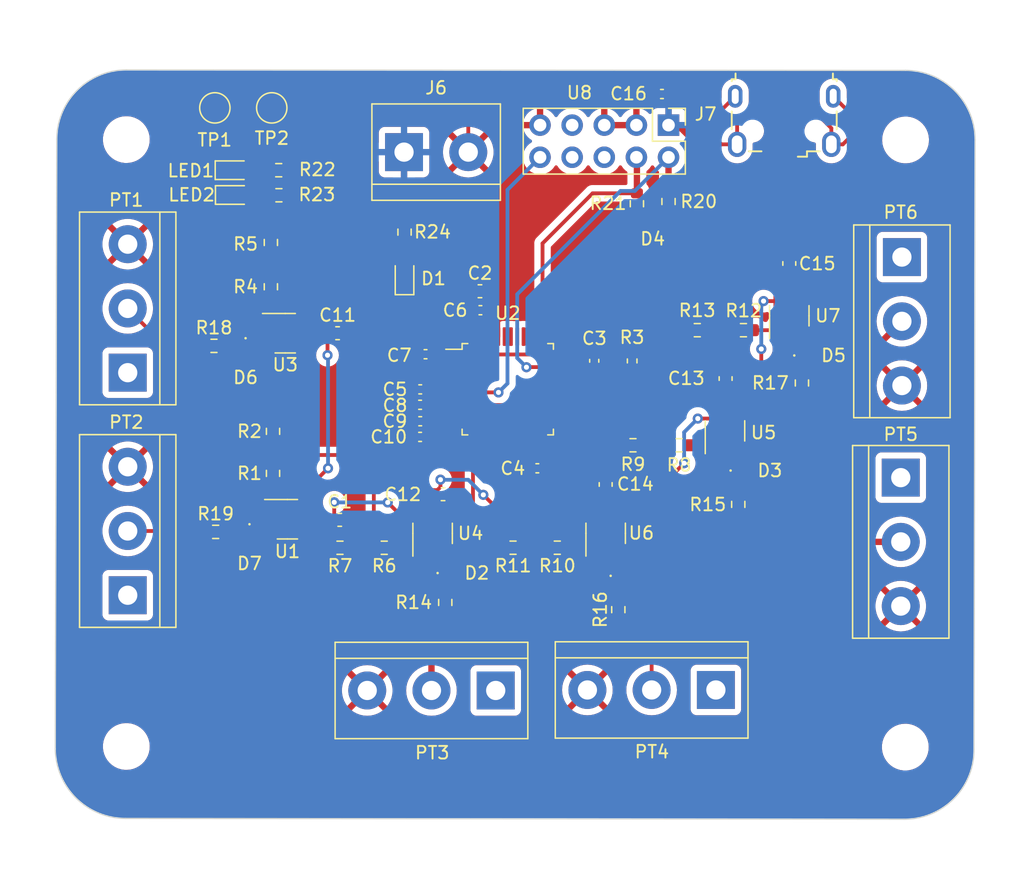
<source format=kicad_pcb>
(kicad_pcb (version 20221018) (generator pcbnew)
  (layers (0 "F.Cu" signal) (1 "In1.Cu" power "GND") (2 "In2.Cu" power "PWR") (31 "B.Cu" signal) (34 "B.Paste" user) (35 "F.Paste" user) (36 "B.SilkS" user "B.Silkscreen") (37 "F.SilkS" user "F.Silkscreen") (38 "B.Mask" user) (39 "F.Mask" user) (44 "Edge.Cuts" user))
  (net 0 "")
  (net 1 "+3.3V")
  (net 2 "Net-(D1-A)")
  (net 3 "+5V")
  (net 4 "GND")
  (net 5 "nRST")
  (net 6 "Net-(D2-K)")
  (net 7 "Net-(D3-K)")
  (net 8 "Net-(D4-K)")
  (net 9 "Net-(D5-K)")
  (net 10 "Net-(D6-K)")
  (net 11 "Net-(D7-K)")
  (net 12 "+24V")
  (net 13 "Net-(LED1-A)")
  (net 14 "Pull_Up")
  (net 15 "Net-(LED2-A)")
  (net 16 "Net-(U1--)")
  (net 17 "PT1")
  (net 18 "Net-(U3--)")
  (net 19 "PT0")
  (net 20 "Net-(U4--)")
  (net 21 "PT2")
  (net 22 "Net-(U5--)")
  (net 23 "PT4")
  (net 24 "Net-(U6--)")
  (net 25 "PT3")
  (net 26 "Net-(U7--)")
  (net 27 "PT5")
  (net 28 "SWDIO")
  (net 29 "SWCLK")
  (net 60 "Net-(PT1-Pin_2)")
  (net 61 "Net-(PT2-Pin_2)")
  (net 62 "Net-(PT3-Pin_2)")
  (net 63 "Net-(PT4-Pin_2)")
  (net 65 "Net-(J7-D-)")
  (net 67 "unconnected-(J7-Shield-Pad6)")
  (net 68 "Net-(PT5-Pin_2)")
  (net 69 "Net-(PT6-Pin_2)")
  (footprint "Package_QFP:LQFP-48_7x7mm_P0.5mm" (layer "F.Cu") (at 116.1625 83.75)
    (fp_text reference "U2")
    (fp_text value "~")
  )
  (footprint "Diode_SMD:D_0402_1005Metric" (layer "F.Cu") (at 95.7375 95.515 -90)
    (fp_text reference "D7")
    (fp_text value "5.0V")
  )
  (footprint "Resistor_SMD:R_0603_1608Metric" (layer "F.Cu") (at 92.93 80.32)
    (fp_text reference "R18")
    (fp_text value "1K")
  )
  (footprint "TerminalBlock:TerminalBlock_bornier-3_P5.08mm" (layer "F.Cu") (at 115.21 107.57 180)
    (fp_text reference "PT3")
    (fp_text value "Pressure Transducer 0")
  )
  (footprint "Capacitor_SMD:C_0603_1608Metric" (layer "F.Cu") (at 133.39 82.905 90)
    (fp_text reference "C13")
    (fp_text value "100nF")
  )
  (footprint "Package_TO_SOT_SMD:SOT-23-6" (layer "F.Cu") (at 138.425 77.9425 90)
    (fp_text reference "U7")
    (fp_text value "OPA357")
  )
  (footprint "Resistor_SMD:R_0603_1608Metric" (layer "F.Cu") (at 111.22 100.61 90)
    (fp_text reference "R14")
    (fp_text value "1K")
  )
  (footprint "Resistor_SMD:R_0603_1608Metric" (layer "F.Cu") (at 102.895 96.285 180)
    (fp_text reference "R7")
    (fp_text value "4.7K")
  )
  (footprint "MountingHole:MountingHole_3.2mm_M3" (layer "F.Cu") (at 86 64.008)
    (fp_text reference "H1")
    (fp_text value "MountingHole")
  )
  (footprint "TerminalBlock:TerminalBlock_bornier-3_P5.08mm" (layer "F.Cu") (at 147.24 90.74 -90)
    (fp_text reference "PT5")
    (fp_text value "Pressure Transducer 0")
  )
  (footprint "TerminalBlock:TerminalBlock_bornier-3_P5.08mm" (layer "F.Cu") (at 132.62 107.53 180)
    (fp_text reference "PT4")
    (fp_text value "Pressure Transducer 0")
  )
  (footprint "Capacitor_SMD:C_0402_1005Metric" (layer "F.Cu") (at 109.24 86.28 180)
    (fp_text reference "C9")
    (fp_text value "100nF")
  )
  (footprint "Capacitor_SMD:C_0402_1005Metric" (layer "F.Cu") (at 109.23 84.98 180)
    (fp_text reference "C8")
    (fp_text value "10nF")
  )
  (footprint "Resistor_SMD:R_0603_1608Metric" (layer "F.Cu") (at 108 71.325 -90)
    (fp_text reference "R24")
    (fp_text value "1k5")
  )
  (footprint "Resistor_SMD:R_0603_1608Metric" (layer "F.Cu") (at 134.8 79.08 180)
    (fp_text reference "R12")
    (fp_text value "4.7K")
  )
  (footprint "LED_SMD:LED_0603_1608Metric" (layer "F.Cu") (at 94.5325 68.39)
    (fp_text reference "LED2")
    (fp_text value "LED")
  )
  (footprint "Package_TO_SOT_SMD:SOT-23-6" (layer "F.Cu") (at 133.34 87.0425 90)
    (fp_text reference "U5")
    (fp_text value "OPA357")
  )
  (footprint "Resistor_SMD:R_0603_1608Metric" (layer "F.Cu") (at 97.6 90.405 90)
    (fp_text reference "R1")
    (fp_text value "4.7K")
  )
  (footprint "Diode_SMD:D_0402_1005Metric" (layer "F.Cu") (at 111.705 98.285)
    (fp_text reference "D2")
    (fp_text value "5.0V")
  )
  (footprint "Package_TO_SOT_SMD:SOT-23-6" (layer "F.Cu") (at 123.905 95.1425 90)
    (fp_text reference "U6")
    (fp_text value "OPA357")
  )
  (footprint "Capacitor_SMD:C_0603_1608Metric" (layer "F.Cu") (at 102.875 94.08)
    (fp_text reference "C1")
    (fp_text value "100nF")
  )
  (footprint "Connector_USB:USB_Micro-B_Wuerth_629105150521" (layer "F.Cu") (at 138.025 62.535 180)
    (fp_text reference "J7")
    (fp_text value "USB_B_Micro")
  )
  (footprint "Resistor_SMD:R_0603_1608Metric" (layer "F.Cu") (at 93.0625 95.03)
    (fp_text reference "R19")
    (fp_text value "1K")
  )
  (footprint "Resistor_SMD:R_0603_1608Metric" (layer "F.Cu") (at 97.6 87.08 90)
    (fp_text reference "R2")
    (fp_text value "4.7K")
  )
  (footprint "TestPoint:TestPoint_Pad_D2.0mm" (layer "F.Cu") (at 97.5 61.5)
    (fp_text reference "TP2")
    (fp_text value "TestPoint")
  )
  (footprint "Resistor_SMD:R_0603_1608Metric" (layer "F.Cu") (at 120.08 96.28 180)
    (fp_text reference "R10")
    (fp_text value "4.7K")
  )
  (footprint "Capacitor_SMD:C_0603_1608Metric" (layer "F.Cu") (at 138.425 73.805 90)
    (fp_text reference "C15")
    (fp_text value "100nF")
  )
  (footprint "Resistor_SMD:R_0603_1608Metric" (layer "F.Cu") (at 126.375 69.08 90)
    (fp_text reference "R21")
    (fp_text value "100k")
  )
  (footprint "Resistor_SMD:R_0603_1608Metric" (layer "F.Cu") (at 97.43 72.145 90)
    (fp_text reference "R5")
    (fp_text value "4.7K")
  )
  (footprint "Resistor_SMD:R_0603_1608Metric" (layer "F.Cu") (at 116.58 96.28 180)
    (fp_text reference "R11")
    (fp_text value "4.7K")
  )
  (footprint "Capacitor_SMD:C_0402_1005Metric" (layer "F.Cu") (at 114 77.5)
    (fp_text reference "C6")
    (fp_text value "100nF")
  )
  (footprint "Diode_SMD:D_0402_1005Metric" (layer "F.Cu") (at 125.39 98.505)
    (fp_text reference "D4")
    (fp_text value "5.0V")
  )
  (footprint "Resistor_SMD:R_0603_1608Metric" (layer "F.Cu") (at 98.05 66.43)
    (fp_text reference "R22")
    (fp_text value "1k5")
  )
  (footprint "TestPoint:TestPoint_Pad_D2.0mm" (layer "F.Cu") (at 93 61.5)
    (fp_text reference "TP1")
    (fp_text value "TestPoint")
  )
  (footprint "LED_SMD:LED_0603_1608Metric" (layer "F.Cu") (at 108 74.7875 90)
    (fp_text reference "D1")
    (fp_text value "LED")
  )
  (footprint "Capacitor_SMD:C_0402_1005Metric" (layer "F.Cu") (at 109.66 80.98 180)
    (fp_text reference "C7")
    (fp_text value "100nF")
  )
  (footprint "Resistor_SMD:R_0402_1005Metric" (layer "F.Cu") (at 126 81.51 -90)
    (fp_text reference "R3")
    (fp_text value "1k5")
  )
  (footprint "Connector_PinHeader_2.54mm:PinHeader_2x05_P2.54mm_Vertical" (layer "F.Cu") (at 128.875 62.865 -90)
    (fp_text reference "U8")
    (fp_text value "~")
  )
  (footprint "Resistor_SMD:R_0603_1608Metric" (layer "F.Cu") (at 134.39 92.855 90)
    (fp_text reference "R15")
    (fp_text value "1K")
  )
  (footprint "Package_TO_SOT_SMD:SOT-23-6" (layer "F.Cu") (at 110.22 95.1475 90)
    (fp_text reference "U4")
    (fp_text value "OPA357")
  )
  (footprint "LED_SMD:LED_0603_1608Metric" (layer "F.Cu") (at 94.5125 66.43)
    (fp_text reference "LED1")
    (fp_text value "LED")
  )
  (footprint "Capacitor_SMD:C_0402_1005Metric" (layer "F.Cu") (at 118.5 90 180)
    (fp_text reference "C4")
    (fp_text value "100nF")
  )
  (footprint "Resistor_SMD:R_0603_1608Metric" (layer "F.Cu") (at 129.715 88.18 180)
    (fp_text reference "R8")
    (fp_text value "4.7K")
  )
  (footprint "Capacitor_SMD:C_0402_1005Metric" (layer "F.Cu") (at 123 81.5 -90)
    (fp_text reference "C3")
    (fp_text value "100nF")
  )
  (footprint "TerminalBlock:TerminalBlock_bornier-3_P5.08mm" (layer "F.Cu") (at 147.33 73.3 -90)
    (fp_text reference "PT6")
    (fp_text value "Pressure Transducer 0")
  )
  (footprint "MountingHole:MountingHole_3.2mm_M3" (layer "F.Cu") (at 147.62 64.036)
    (fp_text reference "H2")
    (fp_text value "MountingHole")
  )
  (footprint "Diode_SMD:D_0402_1005Metric" (layer "F.Cu") (at 139.91 81.08)
    (fp_text reference "D5")
    (fp_text value "5.0V")
  )
  (footprint "Capacitor_SMD:C_0603_1608Metric" (layer "F.Cu") (at 102.705 79.32)
    (fp_text reference "C11")
    (fp_text value "100nF")
  )
  (footprint "Resistor_SMD:R_0603_1608Metric" (layer "F.Cu") (at 106.395 96.285 180)
    (fp_text reference "R6")
    (fp_text value "4.7K")
  )
  (footprint "TerminalBlock:TerminalBlock_bornier-3_P5.08mm" (layer "F.Cu") (at 86.11 82.44 90)
    (fp_text reference "PT1")
    (fp_text value "Pressure Transducer 0")
  )
  (footprint "Resistor_SMD:R_0603_1608Metric" (layer "F.Cu") (at 124.905 101.18 90)
    (fp_text reference "R16")
    (fp_text value "1K")
  )
  (footprint "Resistor_SMD:R_0603_1608Metric" (layer "F.Cu") (at 131.15 79.08 180)
    (fp_text reference "R13")
    (fp_text value "4.7K")
  )
  (footprint "Resistor_SMD:R_0603_1608Metric" (layer "F.Cu") (at 98.065 68.41)
    (fp_text reference "R23")
    (fp_text value "1k5")
  )
  (footprint "Resistor_SMD:R_0603_1608Metric" (layer "F.Cu") (at 128.875 68.905 90)
    (fp_text reference "R20")
    (fp_text value "100k")
  )
  (footprint "Diode_SMD:D_0402_1005Metric" (layer "F.Cu") (at 95.43 80.805 -90)
    (fp_text reference "D6")
    (fp_text value "5V")
  )
  (footprint "Package_TO_SOT_SMD:SOT-23-6" (layer "F.Cu") (at 98.5675 79.32)
    (fp_text reference "U3")
    (fp_text value "OPA357")
  )
  (footprint "Resistor_SMD:R_0603_1608Metric" (layer "F.Cu") (at 139.425 83.255 90)
    (fp_text reference "R17")
    (fp_text value "1K")
  )
  (footprint "Capacitor_SMD:C_0603_1608Metric" (layer "F.Cu") (at 111.045 92.05)
    (fp_text reference "C12")
    (fp_text value "100nF")
  )
  (footprint "Package_TO_SOT_SMD:SOT-23-6" (layer "F.Cu") (at 98.7375 94.03)
    (fp_text reference "U1")
    (fp_text value "OPA357")
  )
  (footprint "Diode_SMD:D_0402_1005Metric" (layer "F.Cu") (at 134.875 90.18)
    (fp_text reference "D3")
    (fp_text value "5.0V")
  )
  (footprint "Capacitor_SMD:C_0603_1608Metric" (layer "F.Cu") (at 123.905 91.28 90)
    (fp_text reference "C14")
    (fp_text value "100nF")
  )
  (footprint "MountingHole:MountingHole_3.2mm_M3" (layer "F.Cu") (at 86 112)
    (fp_text reference "H3")
    (fp_text value "MountingHole")
  )
  (footprint "Capacitor_SMD:C_0402_1005Metric" (layer "F.Cu") (at 109.24 83.76 180)
    (fp_text reference "C5")
    (fp_text value "100nF")
  )
  (footprint "Capacitor_SMD:C_0402_1005Metric" (layer "F.Cu") (at 109.23 87.52 180)
    (fp_text reference "C10")
    (fp_text value "1uF")
  )
  (footprint "TerminalBlock:TerminalBlock_bornier-3_P5.08mm" (layer "F.Cu") (at 86.11 100.04 90)
    (fp_text reference "PT2")
    (fp_text value "Pressure Transducer 0")
  )
  (footprint "Resistor_SMD:R_0603_1608Metric" (layer "F.Cu") (at 97.43 75.645 90)
    (fp_text reference "R4")
    (fp_text value "4.7K")
  )
  (footprint "Capacitor_SMD:C_0603_1608Metric" (layer "F.Cu") (at 113.965 76)
    (fp_text reference "C2")
    (fp_text value "10uF")
  )
  (footprint "Resistor_SMD:R_0603_1608Metric" (layer "F.Cu") (at 126.065 88.18 180)
    (fp_text reference "R9")
    (fp_text value "4.7K")
  )
  (footprint "TerminalBlock:TerminalBlock_bornier-2_P5.08mm" (layer "F.Cu") (at 107.96 65)
    (fp_text reference "J6")
    (fp_text value "Conn_01x02_Pin")
  )
  (footprint "Capacitor_SMD:C_0402_1005Metric" (layer "F.Cu") (at 128.355 60.405)
    (fp_text reference "C16")
    (fp_text value "500nF")
  )
  (footprint "MountingHole:MountingHole_3.2mm_M3" (layer "F.Cu") (at 147.6 112.05)
    (fp_text reference "H4")
    (fp_text value "MountingHole")
  )
  (gr_arc (start 147.62 58.536) (mid 151.509087 60.146913) (end 153.12 64.036) (stroke (width 0.1)) (layer "Edge.Cuts"))
  (gr_line (start 86 58.5) (end 147.62 58.536) (stroke (width 0.1)) (layer "Edge.Cuts"))
  (gr_line (start 85.931087 117.688913) (end 147.500358 117.752778) (stroke (width 0.1)) (layer "Edge.Cuts"))
  (gr_line (start 80.381398 112.189444) (end 80.5 64) (stroke (width 0.1)) (layer "Edge.Cuts"))
  (gr_arc (start 80.5 64) (mid 82.110913 60.110913) (end 86 58.5) (stroke (width 0.1)) (layer "Edge.Cuts"))
  (gr_arc (start 85.931087 117.688913) (mid 82.027156 116.078575) (end 80.381398 112.189444) (stroke (width 0.1)) (layer "Edge.Cuts"))
  (gr_line (start 153.12 64.036) (end 153.034597 112.224913) (stroke (width 0.1)) (layer "Edge.Cuts"))
  (gr_arc (start 153.034597 112.224913) (mid 151.422608 116.145308) (end 147.500358 117.752778) (stroke (width 0.1)) (layer "Edge.Cuts"))
  (segment (start 98.89 69.12) (end 98.89 68.41) (width 0.3) (layer "F.Cu") (net 1))
  (segment (start 113.44 80.69) (end 113.4125 80.6625) (width 0.3) (layer "F.Cu") (net 1))
  (segment (start 98.89 69.12) (end 100.27 70.5) (width 0.3) (layer "F.Cu") (net 1))
  (segment (start 101 65) (end 107.96 65) (width 0.3) (layer "F.Cu") (net 1))
  (segment (start 100.27 70.5) (end 108 70.5) (width 0.3) (layer "F.Cu") (net 1))
  (segment (start 129.625 62.865) (end 131.39 64.63) (width 0.5) (layer "F.Cu") (net 1))
  (segment (start 98.89 68.41) (end 98.89 66.445) (width 0.3) (layer "F.Cu") (net 1))
  (segment (start 111.99 70.5) (end 113.19 71.7) (width 0.3) (layer "F.Cu") (net 1))
  (segment (start 109.71 86.29) (end 109.72 86.28) (width 0.3) (layer "F.Cu") (net 1))
  (segment (start 131.39 64.63) (end 131.39 68.56) (width 0.5) (layer "F.Cu") (net 1))
  (segment (start 109.71 84.98) (end 109.73 85) (width 0.3) (layer "F.Cu") (net 1))
  (segment (start 113.4125 77.6075) (end 113.52 77.5) (width 0.3) (layer "F.Cu") (net 1))
  (segment (start 130.22 69.73) (end 128.875 69.73) (width 0.5) (layer "F.Cu") (net 1))
  (segment (start 118.9125 87.073959) (end 118.9125 87.9125) (width 0.3) (layer "F.Cu") (net 1))
  (segment (start 125.98 81.02) (end 126 81) (width 0.3) (layer "F.Cu") (net 1))
  (segment (start 113.4125 79.5875) (end 113.4125 77.6075) (width 0.3) (layer "F.Cu") (net 1))
  (segment (start 128.875 60.445) (end 128.835 60.405) (width 0.5) (layer "F.Cu") (net 1))
  (segment (start 113.52 76.33) (end 113.19 76) (width 0.3) (layer "F.Cu") (net 1))
  (segment (start 113.19 71.7) (end 113.19 76) (width 0.3) (layer "F.Cu") (net 1))
  (segment (start 113.4125 80.6625) (end 113.4125 79.5875) (width 0.3) (layer "F.Cu") (net 1))
  (segment (start 118.98 90) (end 118.98 87.98) (width 0.3) (layer "F.Cu") (net 1))
  (segment (start 109.72 86.28) (end 109.72 84.99) (width 0.3) (layer "F.Cu") (net 1))
  (segment (start 131.39 68.56) (end 130.22 69.73) (width 0.5) (layer "F.Cu") (net 1))
  (segment (start 107.96 70.46) (end 108 70.5) (width 0.5) (layer "F.Cu") (net 1))
  (segment (start 128.875 62.865) (end 128.875 60.445) (width 0.5) (layer "F.Cu") (net 1))
  (segment (start 118.98 87.98) (end 118.9125 87.9125) (width 0.3) (layer "F.Cu") (net 1))
  (segment (start 123 81.02) (end 125.98 81.02) (width 0.3) (layer "F.Cu") (net 1))
  (segment (start 112 81) (end 113.13 81) (width 0.3) (layer "F.Cu") (net 1))
  (segment (start 109.71 87.52) (end 109.71 86.29) (width 0.3) (layer "F.Cu") (net 1))
  (segment (start 116.838541 85) (end 118.9125 87.073959) (width 0.3) (layer "F.Cu") (net 1))
  (segment (start 107.97 70.47) (end 108 70.5) (width 0.3) (layer "F.Cu") (net 1))
  (segment (start 112 85) (end 116.838541 85) (width 0.3) (layer "F.Cu") (net 1))
  (segment (start 110.14 80.98) (end 111.98 80.98) (width 0.3) (layer "F.Cu") (net 1))
  (segment (start 108 70.5) (end 111.99 70.5) (width 0.3) (layer "F.Cu") (net 1))
  (segment (start 112 81) (end 120.325 81) (width 0.3) (layer "F.Cu") (net 1))
  (segment (start 109.73 85) (end 112 85) (width 0.3) (layer "F.Cu") (net 1))
  (segment (start 113.13 81) (end 113.44 80.69) (width 0.3) (layer "F.Cu") (net 1))
  (segment (start 97.5 61.5) (end 101 65) (width 0.3) (layer "F.Cu") (net 1))
  (segment (start 111.98 80.98) (end 112 81) (width 0.3) (layer "F.Cu") (net 1))
  (segment (start 98.89 66.445) (end 98.875 66.43) (width 0.3) (layer "F.Cu") (net 1))
  (segment (start 113.52 77.5) (end 113.52 76.33) (width 0.3) (layer "F.Cu") (net 1))
  (segment (start 107.96 65) (end 107.96 70.46) (width 0.5) (layer "F.Cu") (net 1))
  (segment (start 120.325 81) (end 122.98 81) (width 0.3) (layer "F.Cu") (net 1))
  (segment (start 128.875 62.865) (end 129.625 62.865) (width 0.5) (layer "F.Cu") (net 1))
  (segment (start 108 72.15) (end 108 74) (width 0.5) (layer "F.Cu") (net 2))
  (segment (start 123.905 92.055) (end 127.655 92.055) (width 0.3) (layer "F.Cu") (net 3))
  (segment (start 127.655 92.055) (end 130.11 89.6) (width 0.3) (layer "F.Cu") (net 3))
  (segment (start 137.45 76.78) (end 137.475 76.805) (width 0.3) (layer "F.Cu") (net 3))
  (segment (start 109.27 94.01) (end 110.22 94.01) (width 0.3) (layer "F.Cu") (net 3))
  (segment (start 101.91 79.34) (end 101.93 79.32) (width 0.3) (layer "F.Cu") (net 3))
  (segment (start 133.39 83.68) (end 133.39 85.855) (width 0.3) (layer "F.Cu") (net 3))
  (segment (start 101.91 81.06) (end 101.91 79.34) (width 0.3) (layer "F.Cu") (net 3))
  (segment (start 99.875 93.08) (end 99.875 92.075) (width 0.3) (layer "F.Cu") (net 3))
  (segment (start 136.01 81.83) (end 136.21 81.63) (width 0.3) (layer "F.Cu") (net 3))
  (segment (start 102.44 92.69) (end 102.44 93.74) (width 0.3) (layer "F.Cu") (net 3))
  (segment (start 99.875 93.08) (end 99.875 94.03) (width 0.3) (layer "F.Cu") (net 3))
  (segment (start 99.875 92.075) (end 101.95 90) (width 0.3) (layer "F.Cu") (net 3))
  (segment (start 110.27 92.05) (end 110.27 93.96) (width 0.3) (layer "F.Cu") (net 3))
  (segment (start 102.05 94.03) (end 102.1 94.08) (width 0.3) (layer "F.Cu") (net 3))
  (segment (start 99.875 94.03) (end 102.05 94.03) (width 0.3) (layer "F.Cu") (net 3))
  (segment (start 138.425 76.805) (end 137.475 76.805) (width 0.3) (layer "F.Cu") (net 3))
  (segment (start 131.19 86.07) (end 132.225 86.07) (width 0.3) (layer "F.Cu") (net 3))
  (segment (start 134.16 83.68) (end 136.01 81.83) (width 0.3) (layer "F.Cu") (net 3))
  (segment (start 123.905 94.005) (end 123.905 92.055) (width 0.3) (layer "F.Cu") (net 3))
  (segment (start 107.98 94.01) (end 106.67 92.7) (width 0.3) (layer "F.Cu") (net 3))
  (segment (start 110.84 91.48) (end 110.27 92.05) (width 0.3) (layer "F.Cu") (net 3))
  (segment (start 102.44 93.74) (end 102.1 94.08) (width 0.3) (layer "F.Cu") (net 3))
  (segment (start 136.39 76.78) (end 137.45 76.78) (width 0.3) (layer "F.Cu") (net 3))
  (segment (start 136.21 81.63) (end 136.21 80.57) (width 0.3) (layer "F.Cu") (net 3))
  (segment (start 133.39 83.68) (end 134.16 83.68) (width 0.3) (layer "F.Cu") (net 3))
  (segment (start 116.135 94.005) (end 114.23 92.1) (width 0.3) (layer "F.Cu") (net 3))
  (segment (start 133.39 85.855) (end 133.34 85.905) (width 0.3) (layer "F.Cu") (net 3))
  (segment (start 132.225 86.07) (end 132.39 85.905) (width 0.3) (layer "F.Cu") (net 3))
  (segment (start 110.84 90.9) (end 110.84 91.48) (width 0.3) (layer "F.Cu") (net 3))
  (segment (start 122.955 94.005) (end 116.135 94.005) (width 0.3) (layer "F.Cu") (net 3))
  (segment (start 133.34 85.905) (end 132.39 85.905) (width 0.3) (layer "F.Cu") (net 3))
  (segment (start 101.93 79.32) (end 99.705 79.32) (width 0.3) (layer "F.Cu") (net 3))
  (segment (start 122.955 94.005) (end 123.905 94.005) (width 0.3) (layer "F.Cu") (net 3))
  (segment (start 99.705 78.37) (end 99.705 79.32) (width 0.3) (layer "F.Cu") (net 3))
  (segment (start 109.27 94.01) (end 107.98 94.01) (width 0.3) (layer "F.Cu") (net 3))
  (segment (start 110.27 93.96) (end 110.22 94.01) (width 0.3) (layer "F.Cu") (net 3))
  (segment (start 138.425 74.58) (end 138.425 76.805) (width 0.3) (layer "F.Cu") (net 3))
  (via (at 131.19 86.07) (size 0.8) (drill 0.4) (layers "F.Cu" "B.Cu") (net 3))
  (via (at 114.23 92.1) (size 0.8) (drill 0.4) (layers "F.Cu" "B.Cu") (net 3))
  (via (at 136.21 80.57) (size 0.8) (drill 0.4) (layers "F.Cu" "B.Cu") (net 3))
  (via (at 130.11 89.6) (size 0.8) (drill 0.4) (layers "F.Cu" "B.Cu") (net 3))
  (via (at 101.91 81.06) (size 0.8) (drill 0.4) (layers "F.Cu" "B.Cu") (net 3))
  (via (at 136.39 76.78) (size 0.8) (drill 0.4) (layers "F.Cu" "B.Cu") (net 3))
  (via (at 106.67 92.7) (size 0.8) (drill 0.4) (layers "F.Cu" "B.Cu") (net 3))
  (via (at 110.84 90.9) (size 0.8) (drill 0.4) (layers "F.Cu" "B.Cu") (net 3))
  (via (at 102.44 92.69) (size 0.8) (drill 0.4) (layers "F.Cu" "B.Cu") (net 3))
  (via (at 101.95 90) (size 0.8) (drill 0.4) (layers "F.Cu" "B.Cu") (net 3))
  (segment (start 102.46 92.7) (end 102.45 92.69) (width 0.3) (layer "B.Cu") (net 3))
  (segment (start 130.11 87.15) (end 131.18 86.08) (width 0.3) (layer "B.Cu") (net 3))
  (segment (start 136.21 80.57) (end 136.21 77.24) (width 0.3) (layer "B.Cu") (net 3))
  (segment (start 102.45 92.69) (end 102.44 92.69) (width 0.3) (layer "B.Cu") (net 3))
  (segment (start 114.23 92.1) (end 113.04 90.91) (width 0.3) (layer "B.Cu") (net 3))
  (segment (start 101.95 90) (end 101.95 81.1) (width 0.3) (layer "B.Cu") (net 3))
  (segment (start 106.67 92.7) (end 102.46 92.7) (width 0.3) (layer "B.Cu") (net 3))
  (segment (start 101.95 81.1) (end 101.91 81.06) (width 0.3) (layer "B.Cu") (net 3))
  (segment (start 113.04 90.91) (end 110.85 90.91) (width 0.3) (layer "B.Cu") (net 3))
  (segment (start 136.21 76.96) (end 136.39 76.78) (width 0.3) (layer "B.Cu") (net 3))
  (segment (start 136.21 77.24) (end 136.21 76.96) (width 0.3) (layer "B.Cu") (net 3))
  (segment (start 110.85 90.91) (end 110.84 90.9) (width 0.3) (layer "B.Cu") (net 3))
  (segment (start 131.18 86.08) (end 131.19 86.07) (width 0.3) (layer "B.Cu") (net 3))
  (segment (start 130.11 89.6) (end 130.11 87.15) (width 0.3) (layer "B.Cu") (net 3))
  (segment (start 113.9125 78.748959) (end 114.48 78.181459) (width 0.3) (layer "F.Cu") (net 4))
  (segment (start 93 61.5) (end 95.04 59.46) (width 0.3) (layer "F.Cu") (net 4))
  (segment (start 118.02 89.143541) (end 118.4125 88.751041) (width 0.3) (layer "F.Cu") (net 4))
  (segment (start 112.08 59.46) (end 113.04 60.42) (width 0.3) (layer "F.Cu") (net 4))
  (segment (start 115.4125 78.4325) (end 115.4125 79.5875) (width 0.3) (layer "F.Cu") (net 4))
  (segment (start 118.4125 88.751041) (end 118.4125 87.9125) (width 0.3) (layer "F.Cu") (net 4))
  (segment (start 113.04 60.42) (end 113.04 65) (width 0.3) (layer "F.Cu") (net 4))
  (segment (start 120.325 81.5) (end 121.163541 81.5) (width 0.3) (layer "F.Cu") (net 4))
  (segment (start 114.48 78.181459) (end 114.48 77.5) (width 0.3) (layer "F.Cu") (net 4))
  (segment (start 113.9125 78.748959) (end 113.9125 79.5875) (width 0.3) (layer "F.Cu") (net 4))
  (segment (start 121.163541 81.5) (end 121.643541 81.98) (width 0.3) (layer "F.Cu") (net 4))
  (segment (start 121.643541 81.98) (end 123 81.98) (width 0.3) (layer "F.Cu") (net 4))
  (segment (start 114.48 77.5) (end 115.4125 78.4325) (width 0.3) (layer "F.Cu") (net 4))
  (segment (start 118.02 90) (end 118.02 89.143541) (width 0.3) (layer "F.Cu") (net 4))
  (segment (start 95.04 59.46) (end 112.08 59.46) (width 0.3) (layer "F.Cu") (net 4))
  (segment (start 109.96 84) (end 112 84) (width 0.3) (layer "F.Cu") (net 5))
  (segment (start 115.43 84) (end 112 84) (width 0.3) (layer "F.Cu") (net 5))
  (segment (start 109.72 83.76) (end 109.96 84) (width 0.3) (layer "F.Cu") (net 5))
  (via (at 115.43 84) (size 0.8) (drill 0.4) (layers "F.Cu" "B.Cu") (net 5))
  (segment (start 116.14 67.98) (end 118.715 65.405) (width 0.3) (layer "B.Cu") (net 5))
  (segment (start 115.43 84) (end 116.14 83.29) (width 0.3) (layer "B.Cu") (net 5))
  (segment (start 116.14 83.29) (end 116.14 67.98) (width 0.3) (layer "B.Cu") (net 5))
  (segment (start 111.22 98.285) (end 111.22 96.335) (width 0.3) (layer "F.Cu") (net 6))
  (segment (start 111.22 99.785) (end 111.22 98.285) (width 0.3) (layer "F.Cu") (net 6))
  (segment (start 111.22 96.335) (end 111.17 96.285) (width 0.3) (layer "F.Cu") (net 6))
  (segment (start 134.39 92.03) (end 134.39 90.18) (width 0.3) (layer "F.Cu") (net 7))
  (segment (start 134.39 88.28) (end 134.29 88.18) (width 0.3) (layer "F.Cu") (net 7))
  (segment (start 134.39 90.18) (end 134.39 88.28) (width 0.3) (layer "F.Cu") (net 7))
  (segment (start 124.905 98.505) (end 124.905 100.355) (width 0.3) (layer "F.Cu") (net 8))
  (segment (start 124.855 98.455) (end 124.905 98.505) (width 0.3) (layer "F.Cu") (net 8))
  (segment (start 124.855 96.28) (end 124.855 98.455) (width 0.3) (layer "F.Cu") (net 8))
  (segment (start 139.425 79.13) (end 139.375 79.08) (width 0.5) (layer "F.Cu") (net 9))
  (segment (start 139.425 81.08) (end 139.425 82.43) (width 0.5) (layer "F.Cu") (net 9))
  (segment (start 139.425 81.08) (end 139.425 79.13) (width 0.5) (layer "F.Cu") (net 9))
  (segment (start 97.38 80.32) (end 97.43 80.27) (width 0.3) (layer "F.Cu") (net 10))
  (segment (start 95.43 80.32) (end 97.38 80.32) (width 0.3) (layer "F.Cu") (net 10))
  (segment (start 93.755 80.32) (end 95.43 80.32) (width 0.3) (layer "F.Cu") (net 10))
  (segment (start 95.7375 95.03) (end 97.55 95.03) (width 0.3) (layer "F.Cu") (net 11))
  (segment (start 97.55 95.03) (end 97.6 94.98) (width 0.3) (layer "F.Cu") (net 11))
  (segment (start 93.8875 95.03) (end 95.7375 95.03) (width 0.3) (layer "F.Cu") (net 11))
  (segment (start 95.3 66.43) (end 97.225 66.43) (width 0.3) (layer "F.Cu") (net 13))
  (segment (start 126.57 82.02) (end 127.51 81.08) (width 0.3) (layer "F.Cu") (net 14))
  (segment (start 127.51 81.08) (end 127.51 73.3) (width 0.3) (layer "F.Cu") (net 14))
  (segment (start 121.76 82.5) (end 122.26 83) (width 0.3) (layer "F.Cu") (net 14))
  (segment (start 127.51 73.3) (end 128 72.81) (width 0.3) (layer "F.Cu") (net 14))
  (segment (start 137.915 65.745) (end 138.025 65.635) (width 0.3) (layer "F.Cu") (net 14))
  (segment (start 125.02 83) (end 126 82.02) (width 0.3) (layer "F.Cu") (net 14))
  (segment (start 133.08 72.81) (end 137.915 67.975) (width 0.3) (layer "F.Cu") (net 14))
  (segment (start 128 72.81) (end 133.08 72.81) (width 0.3) (layer "F.Cu") (net 14))
  (segment (start 137.915 67.975) (end 137.915 65.745) (width 0.3) (layer "F.Cu") (net 14))
  (segment (start 122.26 83) (end 125.02 83) (width 0.3) (layer "F.Cu") (net 14))
  (segment (start 120.325 82.5) (end 121.76 82.5) (width 0.3) (layer "F.Cu") (net 14))
  (segment (start 138.025 65.635) (end 138.025 64.435) (width 0.3) (layer "F.Cu") (net 14))
  (segment (start 126 82.02) (end 126.57 82.02) (width 0.3) (layer "F.Cu") (net 14))
  (segment (start 97.22 68.39) (end 97.24 68.41) (width 0.5) (layer "F.Cu") (net 15))
  (segment (start 95.32 68.39) (end 97.22 68.39) (width 0.5) (layer "F.Cu") (net 15))
  (segment (start 97.6 91.23) (end 97.6 93.08) (width 0.3) (layer "F.Cu") (net 16))
  (segment (start 98.71 94.35) (end 99.34 94.98) (width 0.3) (layer "F.Cu") (net 16))
  (segment (start 98.019607 93.08) (end 98.71 93.770393) (width 0.3) (layer "F.Cu") (net 16))
  (segment (start 99.34 94.98) (end 99.875 94.98) (width 0.3) (layer "F.Cu") (net 16))
  (segment (start 97.6 93.08) (end 98.019607 93.08) (width 0.3) (layer "F.Cu") (net 16))
  (segment (start 98.71 93.770393) (end 98.71 94.35) (width 0.3) (layer "F.Cu") (net 16))
  (segment (start 110.91 86.251459) (end 110.91 88.237106) (width 0.3) (layer "F.Cu") (net 17))
  (segment (start 110.91 88.237106) (end 110.197106 88.95) (width 0.3) (layer "F.Cu") (net 17))
  (segment (start 97.6 87.905) (end 97.6 89.03) (width 0.3) (layer "F.Cu") (net 17))
  (segment (start 99.92 88.95) (end 98.875 87.905) (width 0.3) (layer "F.Cu") (net 17))
  (segment (start 97.6 89.03) (end 97.6 89.58) (width 0.3) (layer "F.Cu") (net 17))
  (segment (start 112 86) (end 111.161459 86) (width 0.3) (layer "F.Cu") (net 17))
  (segment (start 110.197106 88.95) (end 99.92 88.95) (width 0.3) (layer "F.Cu") (net 17))
  (segment (start 98.875 87.905) (end 97.6 87.905) (width 0.3) (layer "F.Cu") (net 17))
  (segment (start 111.161459 86) (end 110.91 86.251459) (width 0.3) (layer "F.Cu") (net 17))
  (segment (start 98.59 79.110393) (end 98.59 79.61) (width 0.3) (layer "F.Cu") (net 18))
  (segment (start 98.59 79.61) (end 99.25 80.27) (width 0.3) (layer "F.Cu") (net 18))
  (segment (start 97.849607 78.37) (end 98.59 79.110393) (width 0.3) (layer "F.Cu") (net 18))
  (segment (start 97.43 76.47) (end 97.43 78.37) (width 0.3) (layer "F.Cu") (net 18))
  (segment (start 97.43 78.37) (end 97.849607 78.37) (width 0.3) (layer "F.Cu") (net 18))
  (segment (start 99.25 80.27) (end 99.705 80.27) (width 0.3) (layer "F.Cu") (net 18))
  (segment (start 103.3425 76.3625) (end 104.56 77.58) (width 0.3) (layer "F.Cu") (net 19))
  (segment (start 98.9725 76.3625) (end 103.3425 76.3625) (width 0.3) (layer "F.Cu") (net 19))
  (segment (start 110.38 85.96) (end 110.84 85.5) (width 0.3) (layer "F.Cu") (net 19))
  (segment (start 105.08 88.3) (end 110.14 88.3) (width 0.3) (layer "F.Cu") (net 19))
  (segment (start 97.43 74.82) (end 98.9725 76.3625) (width 0.3) (layer "F.Cu") (net 19))
  (segment (start 110.38 88.06) (end 110.38 85.96) (width 0.3) (layer "F.Cu") (net 19))
  (segment (start 104.56 77.58) (end 104.56 87.78) (width 0.3) (layer "F.Cu") (net 19))
  (segment (start 110.14 88.3) (end 110.38 88.06) (width 0.3) (layer "F.Cu") (net 19))
  (segment (start 110.84 85.5) (end 112 85.5) (width 0.3) (layer "F.Cu") (net 19))
  (segment (start 104.56 87.78) (end 105.08 88.3) (width 0.3) (layer "F.Cu") (net 19))
  (segment (start 97.43 72.97) (end 97.43 74.82) (width 0.3) (layer "F.Cu") (net 19))
  (segment (start 109.27 96.285) (end 109.27 95.865393) (width 0.3) (layer "F.Cu") (net 20))
  (segment (start 111.17 94.429607) (end 111.17 94.01) (width 0.3) (layer "F.Cu") (net 20))
  (segment (start 109.27 95.865393) (end 109.995393 95.14) (width 0.3) (layer "F.Cu") (net 20))
  (segment (start 110.459607 95.14) (end 111.17 94.429607) (width 0.3) (layer "F.Cu") (net 20))
  (segment (start 107.22 96.285) (end 109.27 96.285) (width 0.3) (layer "F.Cu") (net 20))
  (segment (start 109.995393 95.14) (end 110.459607 95.14) (width 0.3) (layer "F.Cu") (net 20))
  (segment (start 105.57 96.285) (end 105.57 90.65) (width 0.3) (layer "F.Cu") (net 21))
  (segment (start 104.72 96.285) (end 105.57 96.285) (width 0.3) (layer "F.Cu") (net 21))
  (segment (start 105.57 90.65) (end 106.61 89.61) (width 0.3) (layer "F.Cu") (net 21))
  (segment (start 106.61 89.61) (end 110.4 89.61) (width 0.3) (layer "F.Cu") (net 21))
  (segment (start 112 88.01) (end 112 86.5) (width 0.3) (layer "F.Cu") (net 21))
  (segment (start 110.4 89.61) (end 112 88.01) (width 0.3) (layer "F.Cu") (net 21))
  (segment (start 103.72 96.285) (end 104.72 96.285) (width 0.3) (layer "F.Cu") (net 21))
  (segment (start 134.29 86.324607) (end 134.29 85.905) (width 0.3) (layer "F.Cu") (net 22))
  (segment (start 132.39 88.18) (end 130.54 88.18) (width 0.3) (layer "F.Cu") (net 22))
  (segment (start 133.574607 87.04) (end 134.29 86.324607) (width 0.3) (layer "F.Cu") (net 22))
  (segment (start 133.110393 87.04) (end 133.574607 87.04) (width 0.3) (layer "F.Cu") (net 22))
  (segment (start 132.39 87.760393) (end 133.110393 87.04) (width 0.3) (layer "F.Cu") (net 22))
  (segment (start 132.39 88.18) (end 132.39 87.760393) (width 0.3) (layer "F.Cu") (net 22))
  (segment (start 122.81 89.62) (end 123.09 89.34) (width 0.3) (layer "F.Cu") (net 23))
  (segment (start 115.51 91.68) (end 122.32 91.68) (width 0.3) (layer "F.Cu") (net 23))
  (segment (start 122.32 91.68) (end 122.81 91.19) (width 0.3) (layer "F.Cu") (net 23))
  (segment (start 122.81 91.19) (end 122.81 89.62) (width 0.3) (layer "F.Cu") (net 23))
  (segment (start 126.89 89.17) (end 126.89 88.18) (width 0.3) (layer "F.Cu") (net 23))
  (segment (start 113.9125 87.9125) (end 113.9125 90.0825) (width 0.3) (layer "F.Cu") (net 23))
  (segment (start 128.89 88.18) (end 127.97 88.18) (width 0.3) (layer "F.Cu") (net 23))
  (segment (start 123.09 89.34) (end 126.72 89.34) (width 0.3) (layer "F.Cu") (net 23))
  (segment (start 113.9125 90.0825) (end 115.51 91.68) (width 0.3) (layer "F.Cu") (net 23))
  (segment (start 126.72 89.34) (end 126.89 89.17) (width 0.3) (layer "F.Cu") (net 23))
  (segment (start 127.97 88.18) (end 126.89 88.18) (width 0.3) (layer "F.Cu") (net 23))
  (segment (start 122.955 96.28) (end 122.955 95.860393) (width 0.3) (layer "F.Cu") (net 24))
  (segment (start 124.855 94.424607) (end 124.855 94.005) (width 0.3) (layer "F.Cu") (net 24))
  (segment (start 124.129607 95.15) (end 124.855 94.424607) (width 0.3) (layer "F.Cu") (net 24))
  (segment (start 120.905 96.28) (end 122.955 96.28) (width 0.3) (layer "F.Cu") (net 24))
  (segment (start 122.955 95.860393) (end 123.665393 95.15) (width 0.3) (layer "F.Cu") (net 24))
  (segment (start 123.665393 95.15) (end 124.129607 95.15) (width 0.3) (layer "F.Cu") (net 24))
  (segment (start 113.4125 87.9125) (end 113.4125 93.4325) (width 0.3) (layer "F.Cu") (net 25))
  (segment (start 117.405 95.305) (end 117.405 96.28) (width 0.3) (layer "F.Cu") (net 25))
  (segment (start 117.11 95.01) (end 117.405 95.305) (width 0.3) (layer "F.Cu") (net 25))
  (segment (start 113.4125 93.4325) (end 114.99 95.01) (width 0.3) (layer "F.Cu") (net 25))
  (segment (start 118.405 96.28) (end 119.255 96.28) (width 0.3) (layer "F.Cu") (net 25))
  (segment (start 114.99 95.01) (end 117.11 95.01) (width 0.3) (layer "F.Cu") (net 25))
  (segment (start 117.405 96.28) (end 118.405 96.28) (width 0.3) (layer "F.Cu") (net 25))
  (segment (start 139.375 76.805) (end 139.375 77.224607) (width 0.3) (layer "F.Cu") (net 26))
  (segment (start 138.205393 77.93) (end 137.475 78.660393) (width 0.3) (layer "F.Cu") (net 26))
  (segment (start 138.669607 77.93) (end 138.205393 77.93) (width 0.3) (layer "F.Cu") (net 26))
  (segment (start 137.475 79.08) (end 135.625 79.08) (width 0.3) (layer "F.Cu") (net 26))
  (segment (start 137.475 78.660393) (end 137.475 79.08) (width 0.3) (layer "F.Cu") (net 26))
  (segment (start 139.375 77.224607) (end 138.669607 77.93) (width 0.3) (layer "F.Cu") (net 26))
  (segment (start 128.48 86.98) (end 122.86 86.98) (width 0.3) (layer "F.Cu") (net 27))
  (segment (start 114.4125 89.8725) (end 114.4125 87.9125) (width 0.3) (layer "F.Cu") (net 27))
  (segment (start 133.975 79.08) (end 132.765 79.08) (width 0.3) (layer "F.Cu") (net 27))
  (segment (start 131.975 83.485) (end 128.48 86.98) (width 0.3) (layer "F.Cu") (net 27))
  (segment (start 131.975 79.08) (end 131.975 83.485) (width 0.3) (layer "F.Cu") (net 27))
  (segment (start 122.24 87.6) (end 122.24 91.03) (width 0.3) (layer "F.Cu") (net 27))
  (segment (start 122.24 91.03) (end 122.09 91.18) (width 0.3) (layer "F.Cu") (net 27))
  (segment (start 132.765 79.08) (end 131.975 79.08) (width 0.3) (layer "F.Cu") (net 27))
  (segment (start 115.72 91.18) (end 114.4125 89.8725) (width 0.3) (layer "F.Cu") (net 27))
  (segment (start 122.09 91.18) (end 115.72 91.18) (width 0.3) (layer "F.Cu") (net 27))
  (segment (start 122.86 86.98) (end 122.24 87.6) (width 0.3) (layer "F.Cu") (net 27))
  (segment (start 117.65 82) (end 117.64 82.01) (width 0.3) (layer "F.Cu") (net 28))
  (segment (start 119.486459 82) (end 117.65 82) (width 0.3) (layer "F.Cu") (net 28))
  (segment (start 120.325 82) (end 119.486459 82) (width 0.3) (layer "F.Cu") (net 28))
  (segment (start 128.875 68.08) (end 128.875 65.405) (width 0.5) (layer "F.Cu") (net 28))
  (via (at 117.64 82.01) (size 0.8) (drill 0.4) (layers "F.Cu" "B.Cu") (net 28))
  (segment (start 116.91 76.24) (end 125.08 68.07) (width 0.3) (layer "B.Cu") (net 28))
  (segment (start 125.08 68.07) (end 126.21 68.07) (width 0.3) (layer "B.Cu") (net 28))
  (segment (start 116.91 81.28) (end 116.91 76.24) (width 0.3) (layer "B.Cu") (net 28))
  (segment (start 117.64 82.01) (end 116.91 81.28) (width 0.3) (layer "B.Cu") (net 28))
  (segment (start 126.21 68.07) (end 128.875 65.405) (width 0.3) (layer "B.Cu") (net 28))
  (segment (start 118.9125 72.2175) (end 122.875 68.255) (width 0.3) (layer "F.Cu") (net 29))
  (segment (start 122.875 68.255) (end 126.375 68.255) (width 0.3) (layer "F.Cu") (net 29))
  (segment (start 126.375 68.255) (end 126.375 65.445) (width 0.5) (layer "F.Cu") (net 29))
  (segment (start 126.375 65.445) (end 126.335 65.405) (width 0.5) (layer "F.Cu") (net 29))
  (segment (start 118.9125 79.5875) (end 118.9125 72.2175) (width 0.3) (layer "F.Cu") (net 29))
  (segment (start 89.05 80.32) (end 92.105 80.32) (width 0.3) (layer "F.Cu") (net 60))
  (segment (start 86.1 77.37) (end 89.05 80.32) (width 0.3) (layer "F.Cu") (net 60))
  (segment (start 92.2075 95) (end 92.2375 95.03) (width 0.5) (layer "F.Cu") (net 61))
  (segment (start 92.1675 94.96) (end 92.2375 95.03) (width 0.3) (layer "F.Cu") (net 61))
  (segment (start 86.11 94.96) (end 92.1675 94.96) (width 0.3) (layer "F.Cu") (net 61))
  (segment (start 110.13 102.525) (end 110.13 107.57) (width 0.5) (layer "F.Cu") (net 62))
  (segment (start 111.22 101.435) (end 110.13 102.525) (width 0.5) (layer "F.Cu") (net 62))
  (segment (start 125.875 102.005) (end 127.54 103.67) (width 0.3) (layer "F.Cu") (net 63))
  (segment (start 124.905 102.005) (end 125.875 102.005) (width 0.3) (layer "F.Cu") (net 63))
  (segment (start 127.54 103.67) (end 127.54 107.53) (width 0.3) (layer "F.Cu") (net 63))
  (segment (start 122.092894 83.54) (end 125.85 83.54) (width 0.3) (layer "F.Cu") (net 65))
  (segment (start 128.3 73.36) (end 133.237106 73.36) (width 0.3) (layer "F.Cu") (net 65))
  (segment (start 125.85 83.54) (end 128.09 81.3) (width 0.3) (layer "F.Cu") (net 65))
  (segment (start 120.325 83) (end 121.552894 83) (width 0.3) (layer "F.Cu") (net 65))
  (segment (start 133.237106 73.36) (end 138.565 68.032106) (width 0.3) (layer "F.Cu") (net 65))
  (segment (start 121.552894 83) (end 122.092894 83.54) (width 0.3) (layer "F.Cu") (net 65))
  (segment (start 138.565 68.032106) (end 138.565 65.745) (width 0.3) (layer "F.Cu") (net 65))
  (segment (start 128.01 81.22) (end 128.01 73.65) (width 0.3) (layer "F.Cu") (net 65))
  (segment (start 128.09 81.3) (end 128.01 81.22) (width 0.3) (layer "F.Cu") (net 65))
  (segment (start 128.01 73.65) (end 128.3 73.36) (width 0.3) (layer "F.Cu") (net 65))
  (segment (start 138.675 65.635) (end 138.675 64.435) (width 0.3) (layer "F.Cu") (net 65))
  (segment (start 138.565 65.745) (end 138.675 65.635) (width 0.3) (layer "F.Cu") (net 65))
  (segment (start 141.9 60.585) (end 143.19 61.875) (width 0.3) (layer "F.Cu") (net 67))
  (segment (start 132.56 63.805) (end 132.52 63.845) (width 0.3) (layer "F.Cu") (net 67))
  (segment (start 134.3 62.845) (end 135.13 62.015) (width 0.3) (layer "F.Cu") (net 67))
  (segment (start 132.52 63.845) (end 133.06 64.385) (width 0.3) (layer "F.Cu") (net 67))
  (segment (start 132.56 62.175) (end 132.56 63.805) (width 0.3) (layer "F.Cu") (net 67))
  (segment (start 133.06 64.385) (end 134.3 64.385) (width 0.3) (layer "F.Cu") (net 67))
  (segment (start 134.3 64.385) (end 134.3 62.845) (width 0.3) (layer "F.Cu") (net 67))
  (segment (start 140.66 62.015) (end 141.75 63.105) (width 0.3) (layer "F.Cu") (net 67))
  (segment (start 134.15 60.585) (end 132.56 62.175) (width 0.3) (layer "F.Cu") (net 67))
  (segment (start 143.19 63.855) (end 142.66 64.385) (width 0.3) (layer "F.Cu") (net 67))
  (segment (start 135.13 62.015) (end 140.66 62.015) (width 0.3) (layer "F.Cu") (net 67))
  (segment (start 141.75 63.105) (end 141.75 64.385) (width 0.3) (layer "F.Cu") (net 67))
  (segment (start 142.66 64.385) (end 141.75 64.385) (width 0.3) (layer "F.Cu") (net 67))
  (segment (start 143.19 61.875) (end 143.19 63.855) (width 0.3) (layer "F.Cu") (net 67))
  (segment (start 134.39 93.68) (end 134.39 94.85) (width 0.5) (layer "F.Cu") (net 68))
  (segment (start 135.36 95.82) (end 147.24 95.82) (width 0.5) (layer "F.Cu") (net 68))
  (segment (start 134.39 94.85) (end 135.36 95.82) (width 0.5) (layer "F.Cu") (net 68))
  (segment (start 139.425 84.08) (end 141.63 84.08) (width 0.5) (layer "F.Cu") (net 69))
  (segment (start 141.63 84.08) (end 147.33 78.38) (width 0.5) (layer "F.Cu") (net 69))
  (zone (net 4) (net_name "GND") (layer "F.Cu") (connect_pads thru_hole_only (clearance 0.5)) (min_thickness 0.25) (fill yes (thermal_gap 0.5) (thermal_bridge_width 0.5))
    (polygon (pts (xy 79.66 56.09) (xy 154.24 56.35) (xy 154.03 119.15) (xy 78.86 119.04)))
  )
  (zone (net 1) (net_name "+3.3V") (layer "B.Cu") (priority 3) (connect_pads thru_hole_only (clearance 0.5)) (min_thickness 0.25) (fill yes (thermal_gap 0.5) (thermal_bridge_width 0.5))
    (polygon (pts (xy 76.02 53.05) (xy 156.98 52.97) (xy 156.99 122.02) (xy 76.01 121.97)))
  )
)
</source>
